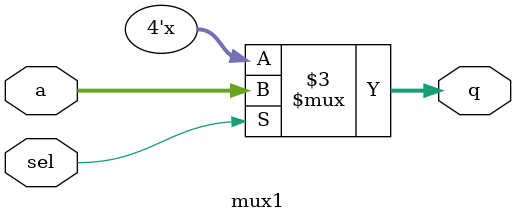
<source format=v>
module mux1(a, sel, q);
  input[3:0] a;
  input sel;
  output[3:0] q;
  reg[3:0] q;
  always @(a or sel)
    begin
      if (sel)
        q = a;
    end
endmodule

</source>
